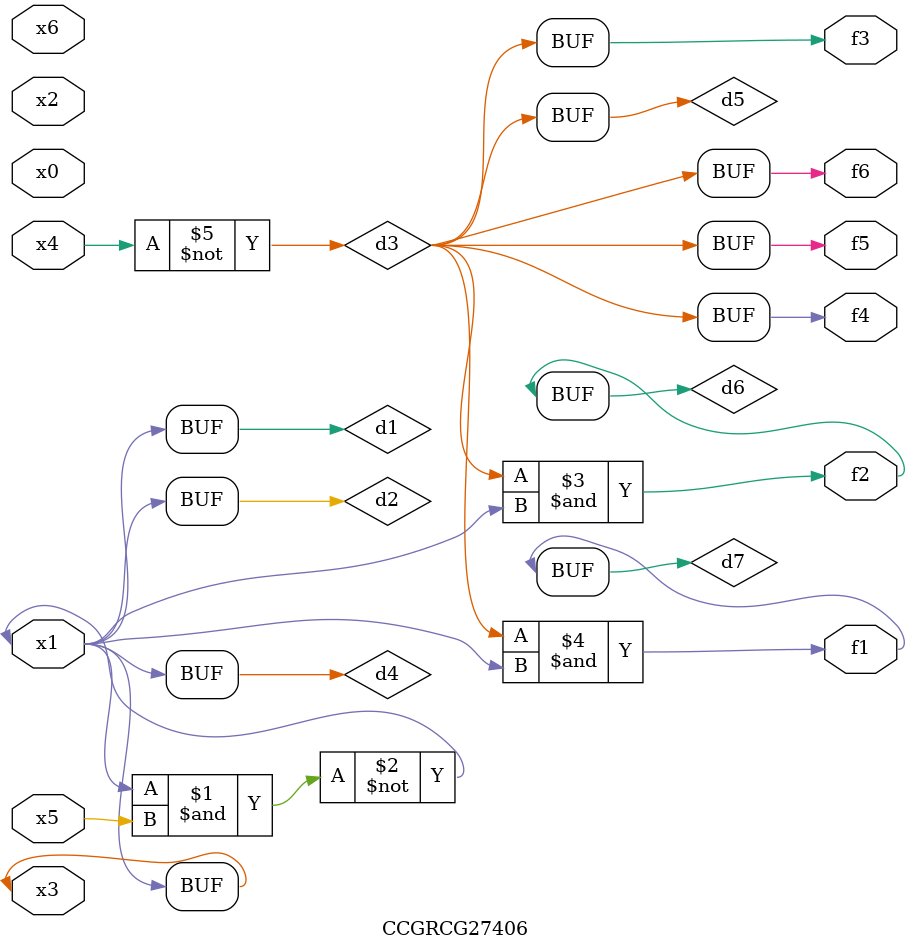
<source format=v>
module CCGRCG27406(
	input x0, x1, x2, x3, x4, x5, x6,
	output f1, f2, f3, f4, f5, f6
);

	wire d1, d2, d3, d4, d5, d6, d7;

	buf (d1, x1, x3);
	nand (d2, x1, x5);
	not (d3, x4);
	buf (d4, d1, d2);
	buf (d5, d3);
	and (d6, d3, d4);
	and (d7, d3, d4);
	assign f1 = d7;
	assign f2 = d6;
	assign f3 = d5;
	assign f4 = d5;
	assign f5 = d5;
	assign f6 = d5;
endmodule

</source>
